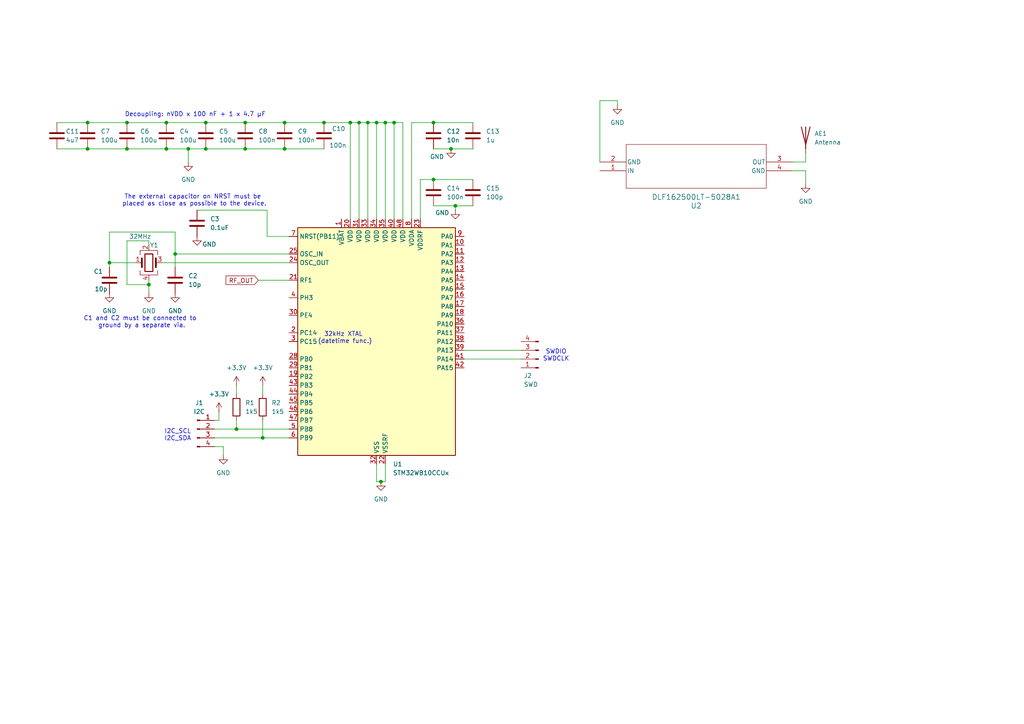
<source format=kicad_sch>
(kicad_sch (version 20231120) (generator "eeschema") (generator_version "8.0")
  (paper "A4")
  (lib_symbols
    (symbol "2GHz45_RF_FLT:DLF162500LT-5028A1" (pin_names (offset 0.254))
      (property "Reference" "U" (at 27.94 10.16 0))
      (property "Value" "DLF162500LT-5028A1" (at 27.94 7.62 0))
      (symbol "DLF162500LT-5028A1_0_1"
        (polyline (pts (xy 7.62 -7.62) (xy 48.26 -7.62)) (stroke (width 0.127)))
        (polyline (pts (xy 7.62 5.08) (xy 7.62 -7.62)) (stroke (width 0.127)))
        (polyline (pts (xy 48.26 -7.62) (xy 48.26 5.08)) (stroke (width 0.127)))
        (polyline (pts (xy 48.26 5.08) (xy 7.62 5.08)) (stroke (width 0.127)))
        (pin input line (at 0 0 0) (length 7.62) (name "IN") (number "1"))
        (pin power_in line (at 0 -2.54 0) (length 7.62) (name "GND") (number "2"))
        (pin output line (at 55.88 -2.54 180) (length 7.62) (name "OUT") (number "3"))
        (pin power_in line (at 55.88 0 180) (length 7.62) (name "GND") (number "4"))
      )
    )
    (symbol "Connector:Conn_01x04_Pin" (pin_names (offset 1.016) hide)
      (property "Reference" "J" (at 0 5.08 0))
      (property "Value" "Conn_01x04_Pin" (at 0 -7.62 0))
      (symbol "Conn_01x04_Pin_1_1"
        (polyline (pts (xy 1.27 -5.08) (xy 0.8636 -5.08)) (stroke (width 0.1524)))
        (polyline (pts (xy 1.27 -2.54) (xy 0.8636 -2.54)) (stroke (width 0.1524)))
        (polyline (pts (xy 1.27 0) (xy 0.8636 0)) (stroke (width 0.1524)))
        (polyline (pts (xy 1.27 2.54) (xy 0.8636 2.54)) (stroke (width 0.1524)))
        (rectangle (start 0.8636 -4.953) (end 0 -5.207) (stroke (width 0.1524)) (fill (type outline)))
        (rectangle (start 0.8636 -2.413) (end 0 -2.667) (stroke (width 0.1524)) (fill (type outline)))
        (rectangle (start 0.8636 0.127) (end 0 -0.127) (stroke (width 0.1524)) (fill (type outline)))
        (rectangle (start 0.8636 2.667) (end 0 2.413) (stroke (width 0.1524)) (fill (type outline)))
        (pin passive line (at 5.08 2.54 180) (length 3.81) (name "Pin_1") (number "1"))
        (pin passive line (at 5.08 0 180) (length 3.81) (name "Pin_2") (number "2"))
        (pin passive line (at 5.08 -2.54 180) (length 3.81) (name "Pin_3") (number "3"))
        (pin passive line (at 5.08 -5.08 180) (length 3.81) (name "Pin_4") (number "4"))
      )
    )
    (symbol "Device:Antenna" (pin_numbers hide) (pin_names (offset 1.016) hide)
      (property "Reference" "AE" (at -1.905 1.905 0))
      (property "Value" "Antenna" (at -1.905 0 0))
      (symbol "Antenna_0_1"
        (polyline (pts (xy 0 2.54) (xy 0 -3.81)) (stroke (width 0.254)))
        (polyline (pts (xy 1.27 2.54) (xy 0 -2.54) (xy -1.27 2.54)) (stroke (width 0.254)))
      )
      (symbol "Antenna_1_1"
        (pin input line (at 0 -5.08 90) (length 2.54) (name "A") (number "1"))
      )
    )
    (symbol "Device:C" (pin_numbers hide) (pin_names (offset 0.254))
      (property "Reference" "C" (at 0.635 2.54 0))
      (property "Value" "C" (at 0.635 -2.54 0))
      (symbol "C_0_1"
        (polyline (pts (xy -2.032 -0.762) (xy 2.032 -0.762)) (stroke (width 0.508)))
        (polyline (pts (xy -2.032 0.762) (xy 2.032 0.762)) (stroke (width 0.508)))
      )
      (symbol "C_1_1"
        (pin passive line (at 0 3.81 270) (length 2.794) (name "~") (number "1"))
        (pin passive line (at 0 -3.81 90) (length 2.794) (name "~") (number "2"))
      )
    )
    (symbol "Device:Crystal_GND24" (pin_names (offset 1.016) hide)
      (property "Reference" "Y" (at 3.175 5.08 0))
      (property "Value" "Crystal_GND24" (at 3.175 3.175 0))
      (symbol "Crystal_GND24_0_1"
        (rectangle (start -1.143 2.54) (end 1.143 -2.54) (stroke (width 0.3048)))
        (polyline (pts (xy -2.54 0) (xy -2.032 0)))
        (polyline (pts (xy -2.032 -1.27) (xy -2.032 1.27)) (stroke (width 0.508)))
        (polyline (pts (xy 0 -3.81) (xy 0 -3.556)))
        (polyline (pts (xy 0 3.556) (xy 0 3.81)))
        (polyline (pts (xy 2.032 -1.27) (xy 2.032 1.27)) (stroke (width 0.508)))
        (polyline (pts (xy 2.032 0) (xy 2.54 0)))
        (polyline (pts (xy -2.54 -2.286) (xy -2.54 -3.556) (xy 2.54 -3.556) (xy 2.54 -2.286)))
        (polyline (pts (xy -2.54 2.286) (xy -2.54 3.556) (xy 2.54 3.556) (xy 2.54 2.286)))
      )
      (symbol "Crystal_GND24_1_1"
        (pin passive line (at -3.81 0 0) (length 1.27) (name "1") (number "1"))
        (pin passive line (at 0 5.08 270) (length 1.27) (name "2") (number "2"))
        (pin passive line (at 3.81 0 180) (length 1.27) (name "3") (number "3"))
        (pin passive line (at 0 -5.08 90) (length 1.27) (name "4") (number "4"))
      )
    )
    (symbol "Device:R" (pin_numbers hide) (pin_names (offset 0))
      (property "Reference" "R" (at 2.032 0 90))
      (property "Value" "R" (at 0 0 90))
      (symbol "R_0_1"
        (rectangle (start -1.016 -2.54) (end 1.016 2.54) (stroke (width 0.254)))
      )
      (symbol "R_1_1"
        (pin passive line (at 0 3.81 270) (length 1.27) (name "~") (number "1"))
        (pin passive line (at 0 -3.81 90) (length 1.27) (name "~") (number "2"))
      )
    )
    (symbol "MCU_ST_STM32WB:STM32WB10CCUx"
      (property "Reference" "U" (at -22.86 34.29 0))
      (property "Value" "STM32WB10CCUx" (at 15.24 34.29 0))
      (symbol "STM32WB10CCUx_0_1"
        (rectangle (start -22.86 -33.02) (end 22.86 33.02) (stroke (width 0.254)) (fill (type background)))
      )
      (symbol "STM32WB10CCUx_1_1"
        (pin power_in line (at -10.16 35.56 270) (length 2.54) (name "VBAT") (number "1"))
        (pin bidirectional line (at 25.4 27.94 180) (length 2.54) (name "PA1") (number "10"))
        (pin bidirectional line (at 25.4 25.4 180) (length 2.54) (name "PA2") (number "11"))
        (pin bidirectional line (at 25.4 22.86 180) (length 2.54) (name "PA3") (number "12"))
        (pin bidirectional line (at 25.4 20.32 180) (length 2.54) (name "PA4") (number "13"))
        (pin bidirectional line (at 25.4 17.78 180) (length 2.54) (name "PA5") (number "14"))
        (pin bidirectional line (at 25.4 15.24 180) (length 2.54) (name "PA6") (number "15"))
        (pin bidirectional line (at 25.4 12.7 180) (length 2.54) (name "PA7") (number "16"))
        (pin bidirectional line (at 25.4 10.16 180) (length 2.54) (name "PA8") (number "17"))
        (pin bidirectional line (at 25.4 7.62 180) (length 2.54) (name "PA9") (number "18"))
        (pin bidirectional line (at -25.4 -10.16 0) (length 2.54) (name "PB2") (number "19"))
        (pin bidirectional line (at -25.4 2.54 0) (length 2.54) (name "PC14") (number "2"))
        (pin power_in line (at -7.62 35.56 270) (length 2.54) (name "VDD") (number "20"))
        (pin bidirectional line (at -25.4 17.78 0) (length 2.54) (name "RF1") (number "21"))
        (pin power_in line (at 2.54 -35.56 90) (length 2.54) (name "VSSRF") (number "22"))
        (pin power_in line (at 12.7 35.56 270) (length 2.54) (name "VDDRF") (number "23"))
        (pin input line (at -25.4 22.86 0) (length 2.54) (name "OSC_OUT") (number "24"))
        (pin input line (at -25.4 25.4 0) (length 2.54) (name "OSC_IN") (number "25"))
        (pin no_connect line (at -22.86 -33.02 0) (length 2.54) hide (name "AT0") (number "26"))
        (pin no_connect line (at -22.86 -30.48 0) (length 2.54) hide (name "AT1") (number "27"))
        (pin bidirectional line (at -25.4 -5.08 0) (length 2.54) (name "PB0") (number "28"))
        (pin bidirectional line (at -25.4 -7.62 0) (length 2.54) (name "PB1") (number "29"))
        (pin bidirectional line (at -25.4 0 0) (length 2.54) (name "PC15") (number "3"))
        (pin bidirectional line (at -25.4 7.62 0) (length 2.54) (name "PE4") (number "30"))
        (pin power_in line (at -5.08 35.56 270) (length 2.54) (name "VDD") (number "31"))
        (pin power_in line (at 0 -35.56 90) (length 2.54) (name "VSS") (number "32"))
        (pin power_in line (at -2.54 35.56 270) (length 2.54) (name "VDD") (number "33"))
        (pin power_in line (at 0 35.56 270) (length 2.54) (name "VDD") (number "34"))
        (pin power_in line (at 2.54 35.56 270) (length 2.54) (name "VDD") (number "35"))
        (pin bidirectional line (at 25.4 5.08 180) (length 2.54) (name "PA10") (number "36"))
        (pin bidirectional line (at 25.4 2.54 180) (length 2.54) (name "PA11") (number "37"))
        (pin bidirectional line (at 25.4 0 180) (length 2.54) (name "PA12") (number "38"))
        (pin bidirectional line (at 25.4 -2.54 180) (length 2.54) (name "PA13") (number "39"))
        (pin bidirectional line (at -25.4 12.7 0) (length 2.54) (name "PH3") (number "4"))
        (pin power_in line (at 5.08 35.56 270) (length 2.54) (name "VDD") (number "40"))
        (pin bidirectional line (at 25.4 -5.08 180) (length 2.54) (name "PA14") (number "41"))
        (pin bidirectional line (at 25.4 -7.62 180) (length 2.54) (name "PA15") (number "42"))
        (pin bidirectional line (at -25.4 -12.7 0) (length 2.54) (name "PB3") (number "43"))
        (pin bidirectional line (at -25.4 -15.24 0) (length 2.54) (name "PB4") (number "44"))
        (pin bidirectional line (at -25.4 -17.78 0) (length 2.54) (name "PB5") (number "45"))
        (pin bidirectional line (at -25.4 -20.32 0) (length 2.54) (name "PB6") (number "46"))
        (pin bidirectional line (at -25.4 -22.86 0) (length 2.54) (name "PB7") (number "47"))
        (pin power_in line (at 7.62 35.56 270) (length 2.54) (name "VDD") (number "48"))
        (pin passive line (at 0 -35.56 90) (length 2.54) hide (name "VSS") (number "49"))
        (pin bidirectional line (at -25.4 -25.4 0) (length 2.54) (name "PB8") (number "5"))
        (pin bidirectional line (at -25.4 -27.94 0) (length 2.54) (name "PB9") (number "6"))
        (pin input line (at -25.4 30.48 0) (length 2.54) (name "NRST(PB11)") (number "7"))
        (pin power_in line (at 10.16 35.56 270) (length 2.54) (name "VDDA") (number "8"))
        (pin bidirectional line (at 25.4 30.48 180) (length 2.54) (name "PA0") (number "9"))
      )
    )
    (symbol "power:+3.3V" (power) (pin_numbers hide) (pin_names (offset 0) hide)
      (property "Value" "+3.3V" (at 0 3.556 0))
      (symbol "+3.3V_0_1"
        (polyline (pts (xy -0.762 1.27) (xy 0 2.54)))
        (polyline (pts (xy 0 0) (xy 0 2.54)))
        (polyline (pts (xy 0 2.54) (xy 0.762 1.27)))
      )
      (symbol "+3.3V_1_1"
        (pin power_in line (at 0 0 90) (length 0) (name "~") (number "1"))
      )
    )
    (symbol "power:GND" (power) (pin_numbers hide) (pin_names (offset 0) hide)
      (property "Value" "GND" (at 0 -3.81 0))
      (symbol "GND_0_1"
        (polyline (pts (xy 0 0) (xy 0 -1.27) (xy 1.27 -1.27) (xy 0 -2.54) (xy -1.27 -1.27) (xy 0 -1.27)))
      )
      (symbol "GND_1_1"
        (pin power_in line (at 0 0 270) (length 0) (name "~") (number "1"))
      )
    )
  )
  (junction (at 125.73 35.56))
  (junction (at 71.12 35.56))
  (junction (at 93.98 35.56))
  (junction (at 76.2 127))
  (junction (at 110.49 139.7))
  (junction (at 82.55 35.56))
  (junction (at 50.8 73.66))
  (junction (at 109.22 35.56))
  (junction (at 59.69 43.18))
  (junction (at 48.26 35.56))
  (junction (at 101.6 35.56))
  (junction (at 36.83 35.56))
  (junction (at 106.68 35.56))
  (junction (at 125.73 52.07))
  (junction (at 114.3 35.56))
  (junction (at 48.26 43.18))
  (junction (at 31.75 76.2))
  (junction (at 43.18 82.55))
  (junction (at 111.76 35.56))
  (junction (at 25.4 43.18))
  (junction (at 36.83 43.18))
  (junction (at 54.61 43.18))
  (junction (at 25.4 35.56))
  (junction (at 68.58 124.46))
  (junction (at 132.08 59.69))
  (junction (at 71.12 43.18))
  (junction (at 104.14 35.56))
  (junction (at 130.81 43.18))
  (junction (at 82.55 43.18))
  (junction (at 59.69 35.56))
  (wire (pts (xy 76.2 127) (xy 83.82 127)))
  (wire (pts (xy 46.99 76.2) (xy 83.82 76.2)))
  (wire (pts (xy 233.68 46.99) (xy 233.68 44.45)))
  (wire (pts (xy 36.83 82.55) (xy 43.18 82.55)))
  (wire (pts (xy 68.58 124.46) (xy 83.82 124.46)))
  (wire (pts (xy 101.6 35.56) (xy 93.98 35.56)))
  (wire (pts (xy 114.3 63.5) (xy 114.3 35.56)))
  (wire (pts (xy 130.81 43.18) (xy 137.16 43.18)))
  (wire (pts (xy 59.69 35.56) (xy 71.12 35.56)))
  (wire (pts (xy 121.92 63.5) (xy 121.92 52.07)))
  (wire (pts (xy 31.75 76.2) (xy 31.75 77.47)))
  (wire (pts (xy 25.4 35.56) (xy 36.83 35.56)))
  (wire (pts (xy 62.23 124.46) (xy 68.58 124.46)))
  (wire (pts (xy 71.12 43.18) (xy 82.55 43.18)))
  (wire (pts (xy 101.6 63.5) (xy 101.6 35.56)))
  (wire (pts (xy 116.84 63.5) (xy 116.84 35.56)))
  (wire (pts (xy 54.61 43.18) (xy 54.61 46.99)))
  (wire (pts (xy 109.22 63.5) (xy 109.22 35.56)))
  (wire (pts (xy 111.76 63.5) (xy 111.76 35.56)))
  (wire (pts (xy 106.68 63.5) (xy 106.68 35.56)))
  (wire (pts (xy 50.8 67.31) (xy 50.8 73.66)))
  (wire (pts (xy 48.26 43.18) (xy 54.61 43.18)))
  (wire (pts (xy 54.61 43.18) (xy 59.69 43.18)))
  (wire (pts (xy 25.4 43.18) (xy 36.83 43.18)))
  (wire (pts (xy 125.73 43.18) (xy 130.81 43.18)))
  (wire (pts (xy 109.22 134.62) (xy 109.22 139.7)))
  (wire (pts (xy 76.2 111.76) (xy 76.2 114.3)))
  (wire (pts (xy 31.75 67.31) (xy 31.75 76.2)))
  (wire (pts (xy 16.51 35.56) (xy 25.4 35.56)))
  (wire (pts (xy 125.73 59.69) (xy 132.08 59.69)))
  (wire (pts (xy 43.18 82.55) (xy 43.18 85.09)))
  (wire (pts (xy 68.58 111.76) (xy 68.58 114.3)))
  (wire (pts (xy 63.5 121.92) (xy 63.5 119.38)))
  (wire (pts (xy 71.12 35.56) (xy 82.55 35.56)))
  (wire (pts (xy 114.3 35.56) (xy 116.84 35.56)))
  (wire (pts (xy 119.38 35.56) (xy 125.73 35.56)))
  (wire (pts (xy 229.87 46.99) (xy 233.68 46.99)))
  (wire (pts (xy 173.99 29.21) (xy 179.07 29.21)))
  (wire (pts (xy 121.92 52.07) (xy 125.73 52.07)))
  (wire (pts (xy 76.2 121.92) (xy 76.2 127)))
  (wire (pts (xy 82.55 43.18) (xy 93.98 43.18)))
  (wire (pts (xy 233.68 49.53) (xy 233.68 53.34)))
  (wire (pts (xy 62.23 127) (xy 76.2 127)))
  (wire (pts (xy 16.51 43.18) (xy 25.4 43.18)))
  (wire (pts (xy 36.83 35.56) (xy 48.26 35.56)))
  (wire (pts (xy 134.62 104.14) (xy 151.13 104.14)))
  (wire (pts (xy 82.55 35.56) (xy 93.98 35.56)))
  (wire (pts (xy 104.14 35.56) (xy 106.68 35.56)))
  (wire (pts (xy 77.47 68.58) (xy 83.82 68.58)))
  (wire (pts (xy 134.62 101.6) (xy 151.13 101.6)))
  (wire (pts (xy 109.22 35.56) (xy 111.76 35.56)))
  (wire (pts (xy 101.6 35.56) (xy 104.14 35.56)))
  (wire (pts (xy 77.47 60.96) (xy 77.47 68.58)))
  (wire (pts (xy 43.18 69.85) (xy 43.18 71.12)))
  (wire (pts (xy 57.15 60.96) (xy 77.47 60.96)))
  (wire (pts (xy 50.8 73.66) (xy 83.82 73.66)))
  (wire (pts (xy 119.38 63.5) (xy 119.38 35.56)))
  (wire (pts (xy 132.08 59.69) (xy 137.16 59.69)))
  (wire (pts (xy 43.18 81.28) (xy 43.18 82.55)))
  (wire (pts (xy 109.22 139.7) (xy 110.49 139.7)))
  (wire (pts (xy 125.73 52.07) (xy 137.16 52.07)))
  (wire (pts (xy 132.08 59.69) (xy 132.08 60.96)))
  (wire (pts (xy 50.8 67.31) (xy 31.75 67.31)))
  (wire (pts (xy 74.93 81.28) (xy 83.82 81.28)))
  (wire (pts (xy 106.68 35.56) (xy 109.22 35.56)))
  (wire (pts (xy 125.73 35.56) (xy 137.16 35.56)))
  (wire (pts (xy 111.76 134.62) (xy 111.76 139.7)))
  (wire (pts (xy 173.99 46.99) (xy 173.99 29.21)))
  (wire (pts (xy 229.87 49.53) (xy 233.68 49.53)))
  (wire (pts (xy 179.07 29.21) (xy 179.07 30.48)))
  (wire (pts (xy 48.26 35.56) (xy 59.69 35.56)))
  (wire (pts (xy 36.83 43.18) (xy 48.26 43.18)))
  (wire (pts (xy 59.69 43.18) (xy 71.12 43.18)))
  (wire (pts (xy 68.58 121.92) (xy 68.58 124.46)))
  (wire (pts (xy 111.76 35.56) (xy 114.3 35.56)))
  (wire (pts (xy 50.8 73.66) (xy 50.8 77.47)))
  (wire (pts (xy 110.49 139.7) (xy 111.76 139.7)))
  (wire (pts (xy 62.23 129.54) (xy 64.77 129.54)))
  (wire (pts (xy 62.23 121.92) (xy 63.5 121.92)))
  (wire (pts (xy 43.18 69.85) (xy 36.83 69.85)))
  (wire (pts (xy 36.83 69.85) (xy 36.83 82.55)))
  (wire (pts (xy 64.77 129.54) (xy 64.77 132.08)))
  (wire (pts (xy 31.75 76.2) (xy 39.37 76.2)))
  (wire (pts (xy 104.14 63.5) (xy 104.14 35.56)))
  (text "SWDIO\nSWDCLK" (at 161.29 103.124 0) (effects (font (size 1.27 1.27))))
  (text "32kHz XTAL \n(datetime func.)" (at 100.076 98.044 0) (effects (font (size 1.27 1.27))))
  (text "Decoupling: nVDD x 100 nF + 1 x 4.7 μF" (at 56.642 33.274 0) (effects (font (size 1.27 1.27))))
  (text "C1 and C2 must be connected to\n ground by a separate via." (at 40.64 93.472 0) (effects (font (size 1.27 1.27))))
  (text "The external capacitor on NRST must be \nplaced as close as possible to the device." (at 56.388 58.166 0) (effects (font (size 1.27 1.27))))
  (text "I2C_SCL\nI2C_SDA" (at 51.562 126.238 0) (effects (font (size 1.27 1.27))))
  (global_label "RF_OUT" (shape input) (at 74.93 81.28 180) (property "Intersheetrefs" "${INTERSHEET_REFS}" (effects (hide yes))))
  (symbol (lib_id "Device:C") (at 93.98 39.37 0) (unit 1)
    (property "Reference" "C10" (at 96.266 37.338 0) (effects (justify left)))
    (property "Value" "100n" (at 95.504 42.164 0) (effects (justify left)))
    (property "Description" "Unpolarized capacitor" (effects (hide yes)))
  )
  (symbol (lib_id "power:GND") (at 132.08 60.96 0) (unit 1)
    (property "Reference" "#PWR012" (effects (hide yes)))
    (property "Value" "GND" (at 128.27 61.722 0))
    (property "Description" "Power symbol creates a global label with name \"GND\" , ground" (effects (hide yes)))
  )
  (symbol (lib_id "power:+3.3V") (at 76.2 111.76 0) (unit 1)
    (property "Reference" "#PWR08" (effects (hide yes)))
    (property "Value" "+3.3V" (at 76.2 106.68 0))
    (property "Description" "Power symbol creates a global label with name \"+3.3V\"" (effects (hide yes)))
  )
  (symbol (lib_id "power:+3.3V") (at 63.5 119.38 0) (unit 1)
    (property "Reference" "#PWR06" (effects (hide yes)))
    (property "Value" "+3.3V" (at 63.5 114.3 0))
    (property "Description" "Power symbol creates a global label with name \"+3.3V\"" (effects (hide yes)))
  )
  (symbol (lib_id "power:GND") (at 110.49 139.7 0) (unit 1)
    (property "Reference" "#PWR09" (effects (hide yes)))
    (property "Value" "GND" (at 110.49 144.78 0))
    (property "Description" "Power symbol creates a global label with name \"GND\" , ground" (effects (hide yes)))
  )
  (symbol (lib_id "Device:C") (at 36.83 39.37 0) (unit 1)
    (property "Reference" "C6" (at 40.64 38.0999 0) (effects (justify left)))
    (property "Value" "100u" (at 40.64 40.6399 0) (effects (justify left)))
    (property "Description" "Unpolarized capacitor" (effects (hide yes)))
  )
  (symbol (lib_id "Device:C") (at 125.73 39.37 0) (unit 1)
    (property "Reference" "C12" (at 129.54 38.0999 0) (effects (justify left)))
    (property "Value" "10n" (at 129.54 40.6399 0) (effects (justify left)))
    (property "Description" "Unpolarized capacitor" (effects (hide yes)))
  )
  (symbol (lib_id "Device:C") (at 137.16 55.88 0) (unit 1)
    (property "Reference" "C15" (at 140.97 54.6099 0) (effects (justify left)))
    (property "Value" "100p" (at 140.97 57.1499 0) (effects (justify left)))
    (property "Description" "Unpolarized capacitor" (effects (hide yes)))
  )
  (symbol (lib_id "power:GND") (at 64.77 132.08 0) (unit 1)
    (property "Reference" "#PWR05" (effects (hide yes)))
    (property "Value" "GND" (at 64.77 137.16 0))
    (property "Description" "Power symbol creates a global label with name \"GND\" , ground" (effects (hide yes)))
  )
  (symbol (lib_id "power:GND") (at 50.8 85.09 0) (unit 1)
    (property "Reference" "#PWR03" (effects (hide yes)))
    (property "Value" "GND" (at 50.8 90.17 0))
    (property "Description" "Power symbol creates a global label with name \"GND\" , ground" (effects (hide yes)))
  )
  (symbol (lib_id "Device:C") (at 125.73 55.88 0) (unit 1)
    (property "Reference" "C14" (at 129.54 54.6099 0) (effects (justify left)))
    (property "Value" "100n" (at 129.54 57.1499 0) (effects (justify left)))
    (property "Description" "Unpolarized capacitor" (effects (hide yes)))
  )
  (symbol (lib_id "Device:Antenna") (at 233.68 39.37 0) (unit 1)
    (property "Reference" "AE1" (at 236.22 38.7349 0) (effects (justify left)))
    (property "Value" "Antenna" (at 236.22 41.2749 0) (effects (justify left)))
    (property "Description" "Antenna" (effects (hide yes)))
  )
  (symbol (lib_id "Device:C") (at 82.55 39.37 0) (unit 1)
    (property "Reference" "C9" (at 86.36 38.0999 0) (effects (justify left)))
    (property "Value" "100n" (at 86.36 40.6399 0) (effects (justify left)))
    (property "Description" "Unpolarized capacitor" (effects (hide yes)))
  )
  (symbol (lib_id "Device:C") (at 16.51 39.37 0) (unit 1)
    (property "Reference" "C11" (at 19.05 38.1 0) (effects (justify left)))
    (property "Value" "4u7" (at 19.05 40.64 0) (effects (justify left)))
    (property "Description" "Unpolarized capacitor" (effects (hide yes)))
  )
  (symbol (lib_id "Device:C") (at 48.26 39.37 0) (unit 1)
    (property "Reference" "C4" (at 52.07 38.0999 0) (effects (justify left)))
    (property "Value" "100u" (at 52.07 40.6399 0) (effects (justify left)))
    (property "Description" "Unpolarized capacitor" (effects (hide yes)))
  )
  (symbol (lib_id "power:GND") (at 130.81 43.18 0) (unit 1)
    (property "Reference" "#PWR011" (effects (hide yes)))
    (property "Value" "GND" (at 126.746 45.466 0))
    (property "Description" "Power symbol creates a global label with name \"GND\" , ground" (effects (hide yes)))
  )
  (symbol (lib_id "Device:C") (at 137.16 39.37 0) (unit 1)
    (property "Reference" "C13" (at 140.97 38.0999 0) (effects (justify left)))
    (property "Value" "1u" (at 140.97 40.6399 0) (effects (justify left)))
    (property "Description" "Unpolarized capacitor" (effects (hide yes)))
  )
  (symbol (lib_id "2GHz45_RF_FLT:DLF162500LT-5028A1") (at 173.99 49.53 0) (mirror x) (unit 1)
    (property "Reference" "U2" (at 201.93 59.69 0) (effects (font (size 1.524 1.524))))
    (property "Value" "DLF162500LT-5028A1" (at 201.93 57.15 0) (effects (font (size 1.524 1.524))))
    (property "Footprint" "DLF-4_1P6X0P8" (effects (hide yes)))
    (property "Datasheet" "DLF162500LT-5028A1" (effects (hide yes)))
  )
  (symbol (lib_id "Device:C") (at 31.75 81.28 0) (unit 1)
    (property "Reference" "C1" (at 27.178 78.74 0) (effects (justify left)))
    (property "Value" "10p" (at 27.432 83.82 0) (effects (justify left)))
    (property "Description" "Unpolarized capacitor" (effects (hide yes)))
  )
  (symbol (lib_id "Device:C") (at 50.8 81.28 0) (unit 1)
    (property "Reference" "C2" (at 54.61 80.0099 0) (effects (justify left)))
    (property "Value" "10p" (at 54.61 82.5499 0) (effects (justify left)))
    (property "Description" "Unpolarized capacitor" (effects (hide yes)))
  )
  (symbol (lib_id "power:GND") (at 179.07 30.48 0) (unit 1)
    (property "Reference" "#PWR013" (effects (hide yes)))
    (property "Value" "GND" (at 179.07 35.56 0))
    (property "Description" "Power symbol creates a global label with name \"GND\" , ground" (effects (hide yes)))
  )
  (symbol (lib_id "Device:Crystal_GND24") (at 43.18 76.2 0) (unit 1)
    (property "Reference" "Y1" (at 44.704 71.12 0))
    (property "Value" "32MHz" (at 40.64 68.58 0))
    (property "Description" "Four pin crystal, GND on pins 2 and 4" (effects (hide yes)))
  )
  (symbol (lib_id "Device:R") (at 76.2 118.11 0) (unit 1)
    (property "Reference" "R2" (at 78.74 116.8399 0) (effects (justify left)))
    (property "Value" "1k5" (at 78.74 119.3799 0) (effects (justify left)))
    (property "Description" "Resistor" (effects (hide yes)))
  )
  (symbol (lib_id "power:GND") (at 57.15 68.58 0) (unit 1)
    (property "Reference" "#PWR04" (effects (hide yes)))
    (property "Value" "GND" (at 60.706 70.866 0))
    (property "Description" "Power symbol creates a global label with name \"GND\" , ground" (effects (hide yes)))
  )
  (symbol (lib_id "power:+3.3V") (at 68.58 111.76 0) (unit 1)
    (property "Reference" "#PWR07" (effects (hide yes)))
    (property "Value" "+3.3V" (at 68.58 106.68 0))
    (property "Description" "Power symbol creates a global label with name \"+3.3V\"" (effects (hide yes)))
  )
  (symbol (lib_id "Device:C") (at 25.4 39.37 0) (unit 1)
    (property "Reference" "C7" (at 29.21 38.0999 0) (effects (justify left)))
    (property "Value" "100u" (at 29.21 40.6399 0) (effects (justify left)))
    (property "Description" "Unpolarized capacitor" (effects (hide yes)))
  )
  (symbol (lib_id "MCU_ST_STM32WB:STM32WB10CCUx") (at 109.22 99.06 0) (unit 1)
    (property "Reference" "U1" (at 113.9541 134.62 0) (effects (justify left)))
    (property "Value" "STM32WB10CCUx" (at 113.9541 137.16 0) (effects (justify left)))
    (property "Footprint" "Package_DFN_QFN:QFN-48-1EP_7x7mm_P0.5mm_EP5.6x5.6mm" (effects (hide yes)))
    (property "Datasheet" "https://www.st.com/resource/en/datasheet/stm32wb10cc.pdf" (effects (hide yes)))
    (property "Description" "STMicroelectronics Arm Cortex-M4 MCU, 320KB flash, 48KB RAM, 64 MHz, 2.0-3.6V, 30 GPIO, UFQFPN48" (effects (hide yes)))
  )
  (symbol (lib_id "Connector:Conn_01x04_Pin") (at 57.15 124.46 0) (unit 1)
    (property "Reference" "J1" (at 57.785 116.84 0))
    (property "Value" "I2C" (at 57.785 119.38 0))
    (property "Description" "Generic connector, single row, 01x04, script generated" (effects (hide yes)))
  )
  (symbol (lib_id "Device:R") (at 68.58 118.11 0) (unit 1)
    (property "Reference" "R1" (at 71.12 116.8399 0) (effects (justify left)))
    (property "Value" "1k5" (at 71.12 119.3799 0) (effects (justify left)))
    (property "Description" "Resistor" (effects (hide yes)))
  )
  (symbol (lib_id "Device:C") (at 71.12 39.37 0) (unit 1)
    (property "Reference" "C8" (at 74.93 38.0999 0) (effects (justify left)))
    (property "Value" "100n" (at 74.93 40.6399 0) (effects (justify left)))
    (property "Description" "Unpolarized capacitor" (effects (hide yes)))
  )
  (symbol (lib_id "Device:C") (at 57.15 64.77 0) (unit 1)
    (property "Reference" "C3" (at 60.96 63.4999 0) (effects (justify left)))
    (property "Value" "0.1uF" (at 60.96 66.0399 0) (effects (justify left)))
    (property "Description" "Unpolarized capacitor" (effects (hide yes)))
  )
  (symbol (lib_id "power:GND") (at 54.61 46.99 0) (unit 1)
    (property "Reference" "#PWR010" (effects (hide yes)))
    (property "Value" "GND" (at 54.61 52.07 0))
    (property "Description" "Power symbol creates a global label with name \"GND\" , ground" (effects (hide yes)))
  )
  (symbol (lib_id "power:GND") (at 233.68 53.34 0) (unit 1)
    (property "Reference" "#PWR014" (effects (hide yes)))
    (property "Value" "GND" (at 233.68 58.42 0))
    (property "Description" "Power symbol creates a global label with name \"GND\" , ground" (effects (hide yes)))
  )
  (symbol (lib_id "Device:C") (at 59.69 39.37 0) (unit 1)
    (property "Reference" "C5" (at 63.5 38.0999 0) (effects (justify left)))
    (property "Value" "100u" (at 63.5 40.6399 0) (effects (justify left)))
    (property "Description" "Unpolarized capacitor" (effects (hide yes)))
  )
  (symbol (lib_id "power:GND") (at 43.18 85.09 0) (unit 1)
    (property "Reference" "#PWR01" (effects (hide yes)))
    (property "Value" "GND" (at 43.18 90.17 0))
    (property "Description" "Power symbol creates a global label with name \"GND\" , ground" (effects (hide yes)))
  )
  (symbol (lib_id "Connector:Conn_01x04_Pin") (at 156.21 104.14 180) (unit 1)
    (property "Reference" "J2" (at 151.892 108.966 0) (effects (justify right)))
    (property "Value" "SWD" (at 151.892 111.506 0) (effects (justify right)))
    (property "Description" "Generic connector, single row, 01x04, script generated" (effects (hide yes)))
  )
  (symbol (lib_id "power:GND") (at 31.75 85.09 0) (unit 1)
    (property "Reference" "#PWR02" (effects (hide yes)))
    (property "Value" "GND" (at 31.75 90.17 0))
    (property "Description" "Power symbol creates a global label with name \"GND\" , ground" (effects (hide yes)))
  )
)
</source>
